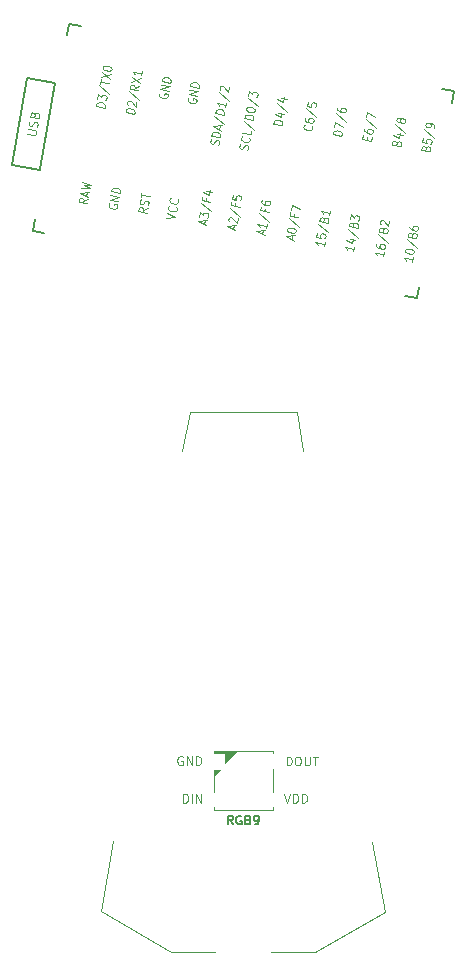
<source format=gto>
%TF.GenerationSoftware,KiCad,Pcbnew,(5.1.9-0-10_14)*%
%TF.CreationDate,2021-04-02T11:44:49+09:00*%
%TF.ProjectId,reviung34,72657669-756e-4673-9334-2e6b69636164,1*%
%TF.SameCoordinates,Original*%
%TF.FileFunction,Legend,Top*%
%TF.FilePolarity,Positive*%
%FSLAX46Y46*%
G04 Gerber Fmt 4.6, Leading zero omitted, Abs format (unit mm)*
G04 Created by KiCad (PCBNEW (5.1.9-0-10_14)) date 2021-04-02 11:44:49*
%MOMM*%
%LPD*%
G01*
G04 APERTURE LIST*
%ADD10C,0.120000*%
%ADD11C,0.150000*%
%ADD12C,0.100000*%
%ADD13C,0.125000*%
%ADD14C,1.524000*%
%ADD15C,3.987800*%
%ADD16C,1.750000*%
%ADD17C,2.200000*%
%ADD18C,4.500000*%
%ADD19C,3.048000*%
%ADD20O,2.400000X1.800000*%
%ADD21C,2.000000*%
%ADD22R,1.500000X1.000000*%
G04 APERTURE END LIST*
D10*
X142490000Y-63170000D02*
X143040000Y-66440000D01*
X133410000Y-63170000D02*
X142490000Y-63170000D01*
X132800000Y-66470000D02*
X133410000Y-63170000D01*
X144040000Y-108860000D02*
X140290000Y-108860000D01*
X149940000Y-105500000D02*
X144040000Y-108860000D01*
X148890000Y-99550000D02*
X149940000Y-105500000D01*
X131840000Y-108900000D02*
X135550000Y-108890000D01*
X125920000Y-105450000D02*
X131840000Y-108900000D01*
X126960000Y-99510000D02*
X125920000Y-105450000D01*
D11*
%TO.C,U1*%
X119680218Y-34890359D02*
X118377857Y-42276417D01*
X122043756Y-35307115D02*
X119680218Y-34890359D01*
X120750078Y-42643933D02*
X122043756Y-35307115D01*
X118377857Y-42276417D02*
X120741395Y-42693173D01*
X120142549Y-47817027D02*
X121127357Y-47990676D01*
X123233487Y-30287449D02*
X124218295Y-30461098D01*
X120142549Y-47817027D02*
X120316198Y-46832220D01*
X123233487Y-30287449D02*
X123068521Y-31223017D01*
X151656397Y-53373769D02*
X152690446Y-53556100D01*
X154796575Y-35852873D02*
X155781383Y-36026522D01*
X152690446Y-53556100D02*
X152864094Y-52571292D01*
X155781383Y-36026522D02*
X155605998Y-37021177D01*
D12*
%TO.C,RGB9*%
G36*
X135960000Y-93450000D02*
G01*
X135440000Y-93970000D01*
X135440000Y-93450000D01*
X135960000Y-93450000D01*
G37*
X135960000Y-93450000D02*
X135440000Y-93970000D01*
X135440000Y-93450000D01*
X135960000Y-93450000D01*
D10*
X140440000Y-95310000D02*
X140440000Y-93410000D01*
X140440000Y-96860000D02*
X140440000Y-96660000D01*
X140440000Y-91860000D02*
X140440000Y-92060000D01*
D12*
G36*
X135440000Y-92060000D02*
G01*
X136440000Y-92060000D01*
X136440000Y-92860000D01*
X137440000Y-91860000D01*
X135440000Y-91860000D01*
X135440000Y-92060000D01*
G37*
X135440000Y-92060000D02*
X136440000Y-92060000D01*
X136440000Y-92860000D01*
X137440000Y-91860000D01*
X135440000Y-91860000D01*
X135440000Y-92060000D01*
D10*
X135440000Y-93460000D02*
X135440000Y-95310000D01*
X135440000Y-91860000D02*
X135440000Y-92050000D01*
X135440000Y-96860000D02*
X135440000Y-96660000D01*
X135440000Y-91860000D02*
X140440000Y-91860000D01*
X140440000Y-96860000D02*
X135440000Y-96860000D01*
%TO.C,U1*%
D11*
D13*
X124816713Y-45145723D02*
X124426214Y-45303646D01*
X124750230Y-45522763D02*
X124011624Y-45392527D01*
X124055946Y-45141167D01*
X124102198Y-45084528D01*
X124142910Y-45059310D01*
X124218794Y-45040293D01*
X124324309Y-45058899D01*
X124389112Y-45102722D01*
X124418744Y-45140344D01*
X124442835Y-45209386D01*
X124398513Y-45460746D01*
X124650004Y-44857152D02*
X124705406Y-44542951D01*
X124849954Y-44957202D02*
X124150130Y-44607026D01*
X124927517Y-44517322D01*
X124216612Y-44229985D02*
X124982919Y-44203121D01*
X124477504Y-43984415D01*
X125027240Y-43951761D01*
X124316336Y-43664424D01*
X126616228Y-45511621D02*
X126569976Y-45568260D01*
X126553356Y-45662520D01*
X126571907Y-45762982D01*
X126631170Y-45838225D01*
X126695973Y-45882049D01*
X126831120Y-45938276D01*
X126936635Y-45956881D01*
X127082862Y-45950268D01*
X127158745Y-45931251D01*
X127240169Y-45880814D01*
X127291961Y-45792756D01*
X127303042Y-45729916D01*
X127284491Y-45629454D01*
X127254859Y-45591832D01*
X127008657Y-45548420D01*
X126986496Y-45674100D01*
X127375064Y-45321455D02*
X126636459Y-45191219D01*
X127441547Y-44944415D01*
X126702941Y-44814178D01*
X127496949Y-44630214D02*
X126758343Y-44499978D01*
X126786044Y-44342878D01*
X126837836Y-44254819D01*
X126919260Y-44204382D01*
X126995144Y-44185366D01*
X127141371Y-44178753D01*
X127246886Y-44197358D01*
X127382033Y-44253585D01*
X127446836Y-44297408D01*
X127506099Y-44372652D01*
X127524650Y-44473114D01*
X127496949Y-44630214D01*
X129855852Y-45937069D02*
X129465354Y-46094992D01*
X129789370Y-46314109D02*
X129050764Y-46183873D01*
X129095086Y-45932513D01*
X129141338Y-45875874D01*
X129182050Y-45850656D01*
X129257933Y-45831639D01*
X129363448Y-45850244D01*
X129428252Y-45894068D01*
X129457883Y-45931690D01*
X129481974Y-46000732D01*
X129437653Y-46252092D01*
X129865002Y-45679506D02*
X129916795Y-45591448D01*
X129944496Y-45434348D01*
X129920404Y-45365306D01*
X129890773Y-45327684D01*
X129825970Y-45283860D01*
X129755626Y-45271457D01*
X129679743Y-45290474D01*
X129639031Y-45315692D01*
X129592779Y-45372330D01*
X129535446Y-45491809D01*
X129489194Y-45548447D01*
X129448482Y-45573666D01*
X129372598Y-45592682D01*
X129302255Y-45580279D01*
X129237452Y-45536455D01*
X129207820Y-45498834D01*
X129183729Y-45429792D01*
X129211430Y-45272691D01*
X129263222Y-45184633D01*
X129261292Y-44989911D02*
X129327774Y-44612870D01*
X130033139Y-44931627D02*
X129294533Y-44801391D01*
X131438612Y-46750701D02*
X132215999Y-46660997D01*
X131516175Y-46310821D01*
X132289701Y-45831672D02*
X132319333Y-45869294D01*
X132337884Y-45969756D01*
X132326803Y-46032596D01*
X132275011Y-46120654D01*
X132193587Y-46171091D01*
X132117704Y-46190108D01*
X131971477Y-46196721D01*
X131865962Y-46178116D01*
X131730815Y-46121889D01*
X131666012Y-46078065D01*
X131606749Y-46002822D01*
X131588198Y-45902360D01*
X131599278Y-45839520D01*
X131651070Y-45751461D01*
X131691782Y-45726243D01*
X132406046Y-45171851D02*
X132435677Y-45209473D01*
X132454228Y-45309935D01*
X132443148Y-45372775D01*
X132391355Y-45460833D01*
X132309932Y-45511270D01*
X132234048Y-45530286D01*
X132087821Y-45536900D01*
X131982306Y-45518294D01*
X131847159Y-45462068D01*
X131782356Y-45418244D01*
X131723093Y-45343000D01*
X131704542Y-45242539D01*
X131715622Y-45179698D01*
X131767415Y-45091640D01*
X131808127Y-45066422D01*
X134635174Y-47255833D02*
X134690576Y-46941633D01*
X134835124Y-47355884D02*
X134135300Y-47005707D01*
X134912687Y-46916003D01*
X134201782Y-46628666D02*
X134273805Y-46220206D01*
X134516397Y-46489760D01*
X134533018Y-46395500D01*
X134579270Y-46338861D01*
X134619982Y-46313643D01*
X134695865Y-46294626D01*
X134871724Y-46325635D01*
X134936527Y-46369458D01*
X134966159Y-46407080D01*
X134990250Y-46476122D01*
X134957009Y-46664642D01*
X134910756Y-46721281D01*
X134870045Y-46746499D01*
X134371598Y-45459922D02*
X135221510Y-46192930D01*
X134836050Y-45088261D02*
X134797268Y-45308201D01*
X135184157Y-45376420D02*
X134445551Y-45246184D01*
X134500953Y-44931983D01*
X134841339Y-44441254D02*
X135333742Y-44528078D01*
X134532264Y-44548741D02*
X135032138Y-44798867D01*
X135104161Y-44390406D01*
X137097194Y-47689954D02*
X137152596Y-47375754D01*
X137297144Y-47790005D02*
X136597320Y-47439828D01*
X137374707Y-47350124D01*
X136739686Y-47043771D02*
X136710054Y-47006149D01*
X136685963Y-46937107D01*
X136713664Y-46780007D01*
X136759916Y-46723368D01*
X136800628Y-46698150D01*
X136876512Y-46679133D01*
X136946855Y-46691537D01*
X137046830Y-46741562D01*
X137402408Y-47193023D01*
X137474431Y-46784563D01*
X136833618Y-45894043D02*
X137683530Y-46627051D01*
X137298070Y-45522382D02*
X137259288Y-45742322D01*
X137646177Y-45810541D02*
X136907571Y-45680305D01*
X136962973Y-45366104D01*
X137062697Y-44800543D02*
X137007295Y-45114744D01*
X137353472Y-45208181D01*
X137323840Y-45170559D01*
X137299749Y-45101517D01*
X137327450Y-44944417D01*
X137373702Y-44887779D01*
X137414414Y-44862560D01*
X137490298Y-44843544D01*
X137666156Y-44874552D01*
X137730959Y-44918376D01*
X137760591Y-44955998D01*
X137784682Y-45025040D01*
X137756981Y-45182140D01*
X137710729Y-45238778D01*
X137670017Y-45263997D01*
X139559213Y-48124074D02*
X139614615Y-47809874D01*
X139759163Y-48224125D02*
X139059339Y-47873948D01*
X139836726Y-47784244D01*
X139936450Y-47218683D02*
X139869967Y-47595723D01*
X139903208Y-47407203D02*
X139164603Y-47276967D01*
X139259037Y-47358412D01*
X139318300Y-47433656D01*
X139342392Y-47502698D01*
X139295637Y-46328163D02*
X140145549Y-47061171D01*
X139760089Y-45956502D02*
X139721307Y-46176442D01*
X140108196Y-46244661D02*
X139369590Y-46114425D01*
X139424992Y-45800224D01*
X139519176Y-45266083D02*
X139497015Y-45391763D01*
X139521106Y-45460805D01*
X139550738Y-45498427D01*
X139645172Y-45579872D01*
X139780319Y-45636099D01*
X140061693Y-45685713D01*
X140137576Y-45666696D01*
X140178288Y-45641478D01*
X140224540Y-45584840D01*
X140246701Y-45459160D01*
X140222610Y-45390118D01*
X140192978Y-45352496D01*
X140128175Y-45308672D01*
X139952317Y-45277664D01*
X139876433Y-45296680D01*
X139835721Y-45321899D01*
X139789469Y-45378537D01*
X139767308Y-45504217D01*
X139791399Y-45573259D01*
X139821031Y-45610881D01*
X139885834Y-45654704D01*
X142070473Y-48566877D02*
X142125875Y-48252677D01*
X142270423Y-48666928D02*
X141570599Y-48316751D01*
X142347986Y-48227047D01*
X141670322Y-47751190D02*
X141681403Y-47688350D01*
X141727655Y-47631711D01*
X141768367Y-47606493D01*
X141844250Y-47587477D01*
X141990477Y-47580863D01*
X142166336Y-47611872D01*
X142301483Y-47668099D01*
X142366286Y-47711922D01*
X142395917Y-47749544D01*
X142420009Y-47818586D01*
X142408928Y-47881426D01*
X142362676Y-47938064D01*
X142321964Y-47963283D01*
X142246081Y-47982299D01*
X142099854Y-47988913D01*
X141923995Y-47957904D01*
X141788848Y-47901677D01*
X141724045Y-47857854D01*
X141694414Y-47820232D01*
X141670322Y-47751190D01*
X141806897Y-46770966D02*
X142656809Y-47503974D01*
X142271349Y-46399305D02*
X142232567Y-46619245D01*
X142619456Y-46687464D02*
X141880850Y-46557228D01*
X141936252Y-46243027D01*
X141969493Y-46054507D02*
X142047056Y-45614626D01*
X142735800Y-46027643D01*
X144845395Y-48748400D02*
X144778913Y-49125441D01*
X144812154Y-48936920D02*
X144073548Y-48806684D01*
X144167983Y-48888129D01*
X144227246Y-48963373D01*
X144251337Y-49032415D01*
X144212054Y-48021183D02*
X144156651Y-48335383D01*
X144502828Y-48428820D01*
X144473197Y-48391199D01*
X144449106Y-48322157D01*
X144476807Y-48165057D01*
X144523059Y-48108418D01*
X144563771Y-48083200D01*
X144639654Y-48064183D01*
X144815513Y-48095192D01*
X144880316Y-48139015D01*
X144909947Y-48176637D01*
X144934039Y-48245679D01*
X144906338Y-48402779D01*
X144860086Y-48459418D01*
X144819374Y-48484636D01*
X144315387Y-47229480D02*
X145165299Y-47962487D01*
X144779839Y-46857818D02*
X144831631Y-46769759D01*
X144872343Y-46744541D01*
X144948226Y-46725524D01*
X145053741Y-46744129D01*
X145118545Y-46787953D01*
X145148176Y-46825575D01*
X145172267Y-46894617D01*
X145127946Y-47145977D01*
X144389340Y-47015741D01*
X144428121Y-46795800D01*
X144474374Y-46739162D01*
X144515085Y-46713944D01*
X144590969Y-46694927D01*
X144661313Y-46707331D01*
X144726116Y-46751154D01*
X144755747Y-46788776D01*
X144779839Y-46857818D01*
X144741057Y-47077758D01*
X145305232Y-46140535D02*
X145238750Y-46517576D01*
X145271991Y-46329055D02*
X144533385Y-46198819D01*
X144627820Y-46280265D01*
X144687083Y-46355508D01*
X144711174Y-46424550D01*
X147356654Y-49191203D02*
X147290172Y-49568244D01*
X147323413Y-49379723D02*
X146584807Y-49249487D01*
X146679242Y-49330932D01*
X146738505Y-49406176D01*
X146762596Y-49475218D01*
X146963974Y-48538818D02*
X147456378Y-48625642D01*
X146654900Y-48646304D02*
X147154774Y-48896430D01*
X147226797Y-48487970D01*
X146826646Y-47672283D02*
X147676558Y-48405290D01*
X147291098Y-47300621D02*
X147342890Y-47212562D01*
X147383602Y-47187344D01*
X147459485Y-47168327D01*
X147565000Y-47186932D01*
X147629804Y-47230756D01*
X147659435Y-47268378D01*
X147683526Y-47337420D01*
X147639205Y-47588780D01*
X146900599Y-47458544D01*
X146939380Y-47238603D01*
X146985633Y-47181965D01*
X147026344Y-47156747D01*
X147102228Y-47137730D01*
X147172572Y-47150134D01*
X147237375Y-47193957D01*
X147267006Y-47231579D01*
X147291098Y-47300621D01*
X147252316Y-47520561D01*
X147005863Y-46861563D02*
X147077886Y-46453102D01*
X147320478Y-46722656D01*
X147337098Y-46628396D01*
X147383351Y-46571758D01*
X147424062Y-46546539D01*
X147499946Y-46527523D01*
X147675805Y-46558531D01*
X147740608Y-46602355D01*
X147770239Y-46639977D01*
X147794331Y-46709018D01*
X147761089Y-46897539D01*
X147714837Y-46954177D01*
X147674125Y-46979395D01*
X152329934Y-50068126D02*
X152263452Y-50445167D01*
X152296693Y-50256646D02*
X151558087Y-50126410D01*
X151652522Y-50207855D01*
X151711785Y-50283099D01*
X151735876Y-50352141D01*
X151663351Y-49529429D02*
X151674432Y-49466589D01*
X151720684Y-49409950D01*
X151761396Y-49384732D01*
X151837279Y-49365716D01*
X151983506Y-49359102D01*
X152159365Y-49390111D01*
X152294512Y-49446338D01*
X152359315Y-49490161D01*
X152388946Y-49527783D01*
X152413038Y-49596825D01*
X152401957Y-49659665D01*
X152355705Y-49716304D01*
X152314993Y-49741522D01*
X152239109Y-49760538D01*
X152092882Y-49767152D01*
X151917024Y-49736143D01*
X151781877Y-49679916D01*
X151717074Y-49636093D01*
X151687443Y-49598471D01*
X151663351Y-49529429D01*
X151799926Y-48549206D02*
X152649838Y-49282213D01*
X152264378Y-48177544D02*
X152316170Y-48089485D01*
X152356882Y-48064267D01*
X152432765Y-48045250D01*
X152538280Y-48063855D01*
X152603084Y-48107679D01*
X152632715Y-48145301D01*
X152656806Y-48214343D01*
X152612485Y-48465703D01*
X151873879Y-48335467D01*
X151912660Y-48115526D01*
X151958913Y-48058888D01*
X151999624Y-48033670D01*
X152075508Y-48014653D01*
X152145852Y-48027057D01*
X152210655Y-48070880D01*
X152240286Y-48108502D01*
X152264378Y-48177544D01*
X152225596Y-48397484D01*
X152040085Y-47392865D02*
X152017924Y-47518545D01*
X152042016Y-47587587D01*
X152071647Y-47625209D01*
X152166082Y-47706654D01*
X152301228Y-47762881D01*
X152582602Y-47812495D01*
X152658486Y-47793478D01*
X152699198Y-47768260D01*
X152745450Y-47711622D01*
X152767611Y-47585941D01*
X152743519Y-47516900D01*
X152713888Y-47479278D01*
X152649085Y-47435454D01*
X152473226Y-47404446D01*
X152397342Y-47423462D01*
X152356631Y-47448681D01*
X152310378Y-47505319D01*
X152288218Y-47630999D01*
X152312309Y-47700041D01*
X152341940Y-47737663D01*
X152406744Y-47781486D01*
X149867914Y-49634006D02*
X149801432Y-50011047D01*
X149834673Y-49822526D02*
X149096067Y-49692290D01*
X149190502Y-49773735D01*
X149249765Y-49848979D01*
X149273856Y-49918021D01*
X149229032Y-48938209D02*
X149206872Y-49063889D01*
X149230963Y-49132931D01*
X149260594Y-49170553D01*
X149355029Y-49251998D01*
X149490176Y-49308225D01*
X149771549Y-49357839D01*
X149847433Y-49338822D01*
X149888145Y-49313604D01*
X149934397Y-49256965D01*
X149956558Y-49131285D01*
X149932466Y-49062243D01*
X149902835Y-49024621D01*
X149838032Y-48980798D01*
X149662173Y-48949789D01*
X149586290Y-48968806D01*
X149545578Y-48994024D01*
X149499326Y-49050663D01*
X149477165Y-49176343D01*
X149501256Y-49245385D01*
X149530888Y-49283006D01*
X149595691Y-49326830D01*
X149337906Y-48115086D02*
X150187818Y-48848093D01*
X149802358Y-47743424D02*
X149854150Y-47655365D01*
X149894862Y-47630147D01*
X149970745Y-47611130D01*
X150076260Y-47629735D01*
X150141064Y-47673559D01*
X150170695Y-47711181D01*
X150194786Y-47780223D01*
X150150465Y-48031583D01*
X149411859Y-47901347D01*
X149450640Y-47681406D01*
X149496893Y-47624768D01*
X149537604Y-47599550D01*
X149613488Y-47580533D01*
X149683832Y-47592937D01*
X149748635Y-47636760D01*
X149778266Y-47674382D01*
X149802358Y-47743424D01*
X149763576Y-47963364D01*
X149593007Y-47285349D02*
X149563375Y-47247727D01*
X149539284Y-47178686D01*
X149566985Y-47021585D01*
X149613237Y-46964947D01*
X149653949Y-46939729D01*
X149729832Y-46920712D01*
X149800176Y-46933115D01*
X149900151Y-46983141D01*
X150255729Y-47434602D01*
X150327751Y-47026141D01*
X148402244Y-40135186D02*
X148441025Y-39915246D01*
X148844535Y-39889204D02*
X148789132Y-40203405D01*
X148050527Y-40073169D01*
X148105929Y-39758968D01*
X148205652Y-39193407D02*
X148183492Y-39319087D01*
X148207583Y-39388129D01*
X148237214Y-39425751D01*
X148331649Y-39507196D01*
X148466796Y-39563423D01*
X148748169Y-39613037D01*
X148824053Y-39594020D01*
X148864765Y-39568802D01*
X148911017Y-39512164D01*
X148933178Y-39386483D01*
X148909086Y-39317442D01*
X148879455Y-39279820D01*
X148814652Y-39235996D01*
X148638793Y-39204988D01*
X148562910Y-39224004D01*
X148522198Y-39249223D01*
X148475946Y-39305861D01*
X148453785Y-39431541D01*
X148477876Y-39500583D01*
X148507508Y-39538205D01*
X148572311Y-39582028D01*
X148314526Y-38370284D02*
X149164438Y-39103291D01*
X148377399Y-38219385D02*
X148454962Y-37779505D01*
X149143706Y-38192521D01*
X146272332Y-39792022D02*
X145533726Y-39661786D01*
X145561427Y-39504686D01*
X145613220Y-39416627D01*
X145694644Y-39366190D01*
X145770527Y-39347174D01*
X145916754Y-39340561D01*
X146022269Y-39359166D01*
X146157416Y-39415393D01*
X146222219Y-39459216D01*
X146281482Y-39534460D01*
X146300033Y-39634922D01*
X146272332Y-39792022D01*
X145638990Y-39064805D02*
X145716553Y-38624924D01*
X146405297Y-39037941D01*
X145808806Y-37896061D02*
X146658719Y-38629068D01*
X145932621Y-37399542D02*
X145910460Y-37525222D01*
X145934552Y-37594264D01*
X145964183Y-37631886D01*
X146058618Y-37713331D01*
X146193764Y-37769558D01*
X146475138Y-37819172D01*
X146551022Y-37800155D01*
X146591734Y-37774937D01*
X146637986Y-37718298D01*
X146660147Y-37592618D01*
X146636055Y-37523576D01*
X146606424Y-37485954D01*
X146541621Y-37442131D01*
X146365762Y-37411122D01*
X146289878Y-37430139D01*
X146249166Y-37455357D01*
X146202914Y-37511996D01*
X146180754Y-37637676D01*
X146204845Y-37706718D01*
X146234476Y-37744339D01*
X146299280Y-37788163D01*
X130904527Y-36164269D02*
X130858275Y-36220908D01*
X130841655Y-36315168D01*
X130860206Y-36415630D01*
X130919469Y-36490873D01*
X130984272Y-36534697D01*
X131119419Y-36590924D01*
X131224934Y-36609529D01*
X131371161Y-36602916D01*
X131447044Y-36583899D01*
X131528468Y-36533462D01*
X131580260Y-36445404D01*
X131591341Y-36382564D01*
X131572790Y-36282102D01*
X131543158Y-36244480D01*
X131296956Y-36201068D01*
X131274795Y-36326748D01*
X131663363Y-35974103D02*
X130924758Y-35843867D01*
X131729846Y-35597063D01*
X130991240Y-35466826D01*
X131785248Y-35282862D02*
X131046642Y-35152626D01*
X131074343Y-34995526D01*
X131126135Y-34907467D01*
X131207559Y-34857030D01*
X131283443Y-34838014D01*
X131429670Y-34831401D01*
X131535185Y-34850006D01*
X131670332Y-34906233D01*
X131735135Y-34950056D01*
X131794398Y-35025300D01*
X131812949Y-35125762D01*
X131785248Y-35282862D01*
X133317306Y-36589707D02*
X133271054Y-36646346D01*
X133254434Y-36740606D01*
X133272985Y-36841068D01*
X133332248Y-36916311D01*
X133397051Y-36960135D01*
X133532198Y-37016362D01*
X133637713Y-37034967D01*
X133783940Y-37028354D01*
X133859823Y-37009337D01*
X133941247Y-36958900D01*
X133993039Y-36870842D01*
X134004120Y-36808002D01*
X133985569Y-36707540D01*
X133955937Y-36669918D01*
X133709735Y-36626506D01*
X133687574Y-36752186D01*
X134076142Y-36399541D02*
X133337537Y-36269305D01*
X134142625Y-36022501D01*
X133404019Y-35892264D01*
X134198027Y-35708300D02*
X133459421Y-35578064D01*
X133487122Y-35420964D01*
X133538914Y-35332905D01*
X133620338Y-35282468D01*
X133696222Y-35263452D01*
X133842449Y-35256839D01*
X133947964Y-35275444D01*
X134083111Y-35331671D01*
X134147914Y-35375494D01*
X134207177Y-35450738D01*
X134225728Y-35551200D01*
X134198027Y-35708300D01*
X126233226Y-37400217D02*
X125494620Y-37269981D01*
X125522321Y-37112881D01*
X125574113Y-37024822D01*
X125655537Y-36974385D01*
X125731421Y-36955369D01*
X125877648Y-36948756D01*
X125983163Y-36967361D01*
X126118309Y-37023588D01*
X126183113Y-37067411D01*
X126242376Y-37142655D01*
X126260927Y-37243117D01*
X126233226Y-37400217D01*
X125599884Y-36673000D02*
X125671906Y-36264539D01*
X125914499Y-36534093D01*
X125931119Y-36439833D01*
X125977371Y-36383195D01*
X126018083Y-36357976D01*
X126093967Y-36338960D01*
X126269825Y-36369968D01*
X126334629Y-36413792D01*
X126364260Y-36451414D01*
X126388351Y-36520455D01*
X126355110Y-36708976D01*
X126308858Y-36765614D01*
X126268146Y-36790832D01*
X125769699Y-35504256D02*
X126619612Y-36237263D01*
X125827032Y-35384777D02*
X125893514Y-35007737D01*
X126598879Y-35326493D02*
X125860273Y-35196257D01*
X125921215Y-34850636D02*
X126737384Y-34540992D01*
X125998778Y-34410756D02*
X126659821Y-34980873D01*
X126065261Y-34033715D02*
X126076341Y-33970875D01*
X126122593Y-33914236D01*
X126163305Y-33889018D01*
X126239189Y-33870001D01*
X126385416Y-33863388D01*
X126561274Y-33894397D01*
X126696421Y-33950624D01*
X126761224Y-33994447D01*
X126790856Y-34032069D01*
X126814947Y-34101111D01*
X126803867Y-34163951D01*
X126757614Y-34220589D01*
X126716903Y-34245808D01*
X126641019Y-34264824D01*
X126494792Y-34271438D01*
X126318933Y-34240429D01*
X126183787Y-34184202D01*
X126118984Y-34140379D01*
X126089352Y-34102757D01*
X126065261Y-34033715D01*
X141249812Y-38906416D02*
X140511206Y-38776180D01*
X140538907Y-38619080D01*
X140590700Y-38531021D01*
X140672124Y-38480584D01*
X140748007Y-38461568D01*
X140894234Y-38454955D01*
X140999749Y-38473560D01*
X141134896Y-38529787D01*
X141199699Y-38573610D01*
X141258962Y-38648854D01*
X141277513Y-38749316D01*
X141249812Y-38906416D01*
X140923615Y-37876990D02*
X141416018Y-37963814D01*
X140614540Y-37984477D02*
X141114414Y-38234603D01*
X141186437Y-37826142D01*
X140786286Y-37010455D02*
X141636199Y-37743462D01*
X141156303Y-36557348D02*
X141648707Y-36644172D01*
X140847228Y-36664834D02*
X141347103Y-36914960D01*
X141419126Y-36506500D01*
X135843623Y-40566916D02*
X135895415Y-40478857D01*
X135923116Y-40321757D01*
X135899025Y-40252715D01*
X135869394Y-40215093D01*
X135804590Y-40171270D01*
X135734247Y-40158866D01*
X135658363Y-40177883D01*
X135617651Y-40203101D01*
X135571399Y-40259740D01*
X135514067Y-40379218D01*
X135467815Y-40435857D01*
X135427103Y-40461075D01*
X135351219Y-40480091D01*
X135280876Y-40467688D01*
X135216073Y-40423865D01*
X135186441Y-40386243D01*
X135162350Y-40317201D01*
X135190051Y-40160101D01*
X135241843Y-40072042D01*
X135995139Y-39913296D02*
X135256533Y-39783060D01*
X135284234Y-39625960D01*
X135336027Y-39537901D01*
X135417450Y-39487465D01*
X135493334Y-39468448D01*
X135639561Y-39461835D01*
X135745076Y-39480440D01*
X135880223Y-39536667D01*
X135945026Y-39580490D01*
X136004289Y-39655734D01*
X136022840Y-39756196D01*
X135995139Y-39913296D01*
X135894913Y-39247685D02*
X135950315Y-38933484D01*
X136094863Y-39347735D02*
X135395038Y-38997559D01*
X136172426Y-38907854D01*
X135520533Y-38080175D02*
X136370445Y-38813183D01*
X136333092Y-37996673D02*
X135594486Y-37866436D01*
X135622187Y-37709336D01*
X135673979Y-37621278D01*
X135755403Y-37570841D01*
X135831286Y-37551824D01*
X135977513Y-37545211D01*
X136083029Y-37563816D01*
X136218175Y-37620043D01*
X136282978Y-37663867D01*
X136342241Y-37739110D01*
X136360793Y-37839572D01*
X136333092Y-37996673D01*
X136510378Y-36991231D02*
X136443896Y-37368271D01*
X136477137Y-37179751D02*
X135738531Y-37049515D01*
X135832966Y-37130960D01*
X135892229Y-37206204D01*
X135916320Y-37275246D01*
X135869565Y-36100712D02*
X136719478Y-36833719D01*
X136008322Y-35930796D02*
X135978690Y-35893175D01*
X135954599Y-35824133D01*
X135982300Y-35667033D01*
X136028552Y-35610394D01*
X136069264Y-35585176D01*
X136145148Y-35566159D01*
X136215491Y-35578563D01*
X136315466Y-35628588D01*
X136671044Y-36080049D01*
X136743067Y-35671588D01*
X138308413Y-40985327D02*
X138360206Y-40897268D01*
X138387907Y-40740168D01*
X138363815Y-40671126D01*
X138334184Y-40633504D01*
X138269381Y-40589681D01*
X138199037Y-40577277D01*
X138123154Y-40596294D01*
X138082442Y-40621512D01*
X138036189Y-40678151D01*
X137978857Y-40797629D01*
X137932605Y-40854267D01*
X137891893Y-40879486D01*
X137816009Y-40898502D01*
X137745666Y-40886099D01*
X137680863Y-40842276D01*
X137651231Y-40804654D01*
X137627140Y-40735612D01*
X137654841Y-40578512D01*
X137706633Y-40490453D01*
X138456068Y-39942263D02*
X138485700Y-39979885D01*
X138504251Y-40080347D01*
X138493170Y-40143187D01*
X138441378Y-40231245D01*
X138359954Y-40281682D01*
X138284071Y-40300698D01*
X138137844Y-40307312D01*
X138032329Y-40288706D01*
X137897182Y-40232480D01*
X137832379Y-40188656D01*
X137773116Y-40113412D01*
X137754565Y-40012951D01*
X137765645Y-39950110D01*
X137817437Y-39862052D01*
X137858149Y-39836834D01*
X138631676Y-39357685D02*
X138576273Y-39671886D01*
X137837668Y-39541650D01*
X137979782Y-38530006D02*
X138829695Y-39263014D01*
X138792341Y-38446504D02*
X138053736Y-38316268D01*
X138081437Y-38159167D01*
X138133229Y-38071109D01*
X138214653Y-38020672D01*
X138290536Y-38001655D01*
X138436763Y-37995042D01*
X138542279Y-38013647D01*
X138677425Y-38069874D01*
X138742228Y-38113698D01*
X138801491Y-38188941D01*
X138820042Y-38289403D01*
X138792341Y-38446504D01*
X138192241Y-37530766D02*
X138203321Y-37467926D01*
X138249573Y-37411288D01*
X138290285Y-37386069D01*
X138366169Y-37367053D01*
X138512396Y-37360439D01*
X138688254Y-37391448D01*
X138823401Y-37447675D01*
X138888204Y-37491498D01*
X138917836Y-37529120D01*
X138941927Y-37598162D01*
X138930847Y-37661002D01*
X138884594Y-37717641D01*
X138843882Y-37742859D01*
X138767999Y-37761876D01*
X138621772Y-37768489D01*
X138445913Y-37737480D01*
X138310767Y-37681253D01*
X138245963Y-37637430D01*
X138216332Y-37599808D01*
X138192241Y-37530766D01*
X138328815Y-36550543D02*
X139178728Y-37283550D01*
X138391688Y-36399644D02*
X138463711Y-35991183D01*
X138706303Y-36260737D01*
X138722924Y-36166477D01*
X138769176Y-36109839D01*
X138809888Y-36084621D01*
X138885771Y-36065604D01*
X139061630Y-36096613D01*
X139126433Y-36140436D01*
X139156064Y-36178058D01*
X139180156Y-36247100D01*
X139146914Y-36435620D01*
X139100662Y-36492258D01*
X139059950Y-36517477D01*
X143757211Y-38959775D02*
X143786843Y-38997397D01*
X143805394Y-39097858D01*
X143794313Y-39160699D01*
X143742521Y-39248757D01*
X143661097Y-39299194D01*
X143585214Y-39318210D01*
X143438987Y-39324823D01*
X143333472Y-39306218D01*
X143198325Y-39249991D01*
X143133522Y-39206168D01*
X143074259Y-39130924D01*
X143055708Y-39030462D01*
X143066788Y-38967622D01*
X143118580Y-38879564D01*
X143159292Y-38854346D01*
X143188673Y-38276381D02*
X143166512Y-38402061D01*
X143190603Y-38471103D01*
X143220235Y-38508725D01*
X143314669Y-38590170D01*
X143449816Y-38646397D01*
X143731190Y-38696011D01*
X143807073Y-38676994D01*
X143847785Y-38651776D01*
X143894037Y-38595138D01*
X143916198Y-38469457D01*
X143892107Y-38400415D01*
X143862475Y-38362794D01*
X143797672Y-38318970D01*
X143621813Y-38287962D01*
X143545930Y-38306978D01*
X143505218Y-38332197D01*
X143458966Y-38388835D01*
X143436805Y-38514515D01*
X143460896Y-38583557D01*
X143490528Y-38621179D01*
X143555331Y-38665002D01*
X143297546Y-37453258D02*
X144147459Y-38186265D01*
X143426901Y-36925319D02*
X143371499Y-37239519D01*
X143717676Y-37332956D01*
X143688045Y-37295335D01*
X143663953Y-37226293D01*
X143691654Y-37069193D01*
X143737906Y-37012554D01*
X143778618Y-36987336D01*
X143854502Y-36968319D01*
X144030361Y-36999328D01*
X144095164Y-37043151D01*
X144124795Y-37080773D01*
X144148887Y-37149815D01*
X144121186Y-37306915D01*
X144074933Y-37363554D01*
X144034221Y-37388772D01*
X153408764Y-40823589D02*
X153460556Y-40735530D01*
X153501268Y-40710312D01*
X153577152Y-40691295D01*
X153682667Y-40709900D01*
X153747470Y-40753724D01*
X153777102Y-40791346D01*
X153801193Y-40860387D01*
X153756871Y-41111748D01*
X153018265Y-40981512D01*
X153057047Y-40761571D01*
X153103299Y-40704933D01*
X153144011Y-40679715D01*
X153219895Y-40660698D01*
X153290238Y-40673101D01*
X153355041Y-40716925D01*
X153384673Y-40754547D01*
X153408764Y-40823589D01*
X153369983Y-41043529D01*
X153190012Y-40007490D02*
X153134610Y-40321691D01*
X153480787Y-40415128D01*
X153451155Y-40377506D01*
X153427064Y-40308464D01*
X153454765Y-40151364D01*
X153501017Y-40094726D01*
X153541729Y-40069507D01*
X153617612Y-40050491D01*
X153793471Y-40081499D01*
X153858274Y-40125323D01*
X153887906Y-40162944D01*
X153911997Y-40231986D01*
X153884296Y-40389087D01*
X153838044Y-40445725D01*
X153797332Y-40470943D01*
X153293345Y-39215787D02*
X154143258Y-39948794D01*
X154111444Y-39100864D02*
X154133605Y-38975184D01*
X154109514Y-38906142D01*
X154079882Y-38868520D01*
X153985448Y-38787075D01*
X153850301Y-38730848D01*
X153568927Y-38681234D01*
X153493044Y-38700251D01*
X153452332Y-38725469D01*
X153406080Y-38782108D01*
X153383919Y-38907788D01*
X153408010Y-38976830D01*
X153437642Y-39014452D01*
X153502445Y-39058275D01*
X153678303Y-39089284D01*
X153754187Y-39070267D01*
X153794899Y-39045049D01*
X153841151Y-38988410D01*
X153863312Y-38862730D01*
X153839221Y-38793688D01*
X153809589Y-38756067D01*
X153744786Y-38712243D01*
X128730635Y-37921569D02*
X127992029Y-37791333D01*
X128019730Y-37634233D01*
X128071523Y-37546174D01*
X128152946Y-37495738D01*
X128228830Y-37476721D01*
X128375057Y-37470108D01*
X128480572Y-37488713D01*
X128615719Y-37544940D01*
X128680522Y-37588763D01*
X128739785Y-37664007D01*
X128758336Y-37764469D01*
X128730635Y-37921569D01*
X128173177Y-37175335D02*
X128143545Y-37137713D01*
X128119454Y-37068672D01*
X128147155Y-36911571D01*
X128193407Y-36854933D01*
X128234119Y-36829715D01*
X128310003Y-36810698D01*
X128380346Y-36823101D01*
X128480321Y-36873127D01*
X128835899Y-37324588D01*
X128907922Y-36916127D01*
X128267109Y-36025608D02*
X129117021Y-36758616D01*
X129146150Y-35565065D02*
X128755652Y-35722988D01*
X129079668Y-35942106D02*
X128341062Y-35811869D01*
X128385384Y-35560509D01*
X128431636Y-35503871D01*
X128472348Y-35478652D01*
X128548231Y-35459636D01*
X128653746Y-35478241D01*
X128718550Y-35522064D01*
X128748181Y-35559686D01*
X128772272Y-35628728D01*
X128727951Y-35880088D01*
X128446326Y-35214888D02*
X129262495Y-34905244D01*
X128523889Y-34775007D02*
X129184932Y-35345124D01*
X129367759Y-34308263D02*
X129301276Y-34685303D01*
X129334517Y-34496783D02*
X128595911Y-34366547D01*
X128690346Y-34447992D01*
X128749609Y-34523236D01*
X128773700Y-34592277D01*
X150946744Y-40389469D02*
X150998536Y-40301410D01*
X151039248Y-40276192D01*
X151115132Y-40257175D01*
X151220647Y-40275780D01*
X151285450Y-40319604D01*
X151315082Y-40357226D01*
X151339173Y-40426267D01*
X151294851Y-40677628D01*
X150556245Y-40547392D01*
X150595027Y-40327451D01*
X150641279Y-40270813D01*
X150681991Y-40245595D01*
X150757875Y-40226578D01*
X150828218Y-40238981D01*
X150893021Y-40282805D01*
X150922653Y-40320427D01*
X150946744Y-40389469D01*
X150907963Y-40609409D01*
X150968654Y-39648202D02*
X151461057Y-39735026D01*
X150659579Y-39755689D02*
X151159453Y-40005815D01*
X151231476Y-39597354D01*
X150831325Y-38781667D02*
X151681238Y-39514674D01*
X151238444Y-38529484D02*
X151192192Y-38586122D01*
X151151480Y-38611340D01*
X151075597Y-38630357D01*
X151040425Y-38624155D01*
X150975622Y-38580332D01*
X150945990Y-38542710D01*
X150921899Y-38473668D01*
X150944060Y-38347988D01*
X150990312Y-38291349D01*
X151031024Y-38266131D01*
X151106907Y-38247114D01*
X151142079Y-38253316D01*
X151206882Y-38297140D01*
X151236514Y-38334761D01*
X151260605Y-38403803D01*
X151238444Y-38529484D01*
X151262536Y-38598525D01*
X151292167Y-38636147D01*
X151356970Y-38679971D01*
X151497657Y-38704778D01*
X151573541Y-38685761D01*
X151614253Y-38660543D01*
X151660505Y-38603904D01*
X151682666Y-38478224D01*
X151658574Y-38409182D01*
X151628943Y-38371560D01*
X151564140Y-38327737D01*
X151423453Y-38302930D01*
X151347569Y-38321947D01*
X151306857Y-38347165D01*
X151260605Y-38403803D01*
D10*
X119641985Y-39652496D02*
X120239904Y-39757925D01*
X120316449Y-39735157D01*
X120357823Y-39706187D01*
X120405398Y-39642045D01*
X120430205Y-39501358D01*
X120407437Y-39424813D01*
X120378467Y-39383440D01*
X120314325Y-39335865D01*
X119716406Y-39230435D01*
X120475656Y-39037925D02*
X120529432Y-38938611D01*
X120560441Y-38762753D01*
X120537673Y-38686207D01*
X120508703Y-38644834D01*
X120444561Y-38597259D01*
X120374218Y-38584855D01*
X120297673Y-38607624D01*
X120256299Y-38636594D01*
X120208724Y-38700735D01*
X120148745Y-38835220D01*
X120101170Y-38899362D01*
X120059797Y-38928332D01*
X119983252Y-38951100D01*
X119912908Y-38938697D01*
X119848767Y-38891122D01*
X119819797Y-38849748D01*
X119797028Y-38773203D01*
X119828037Y-38597345D01*
X119881814Y-38498031D01*
X120297587Y-37991100D02*
X120351364Y-37891786D01*
X120392737Y-37862816D01*
X120469282Y-37840048D01*
X120574797Y-37858653D01*
X120638939Y-37906228D01*
X120667909Y-37947602D01*
X120690677Y-38024147D01*
X120641063Y-38305520D01*
X119902458Y-38175284D01*
X119945870Y-37929082D01*
X119993445Y-37864941D01*
X120034818Y-37835971D01*
X120111363Y-37813202D01*
X120181707Y-37825606D01*
X120245848Y-37873181D01*
X120274818Y-37914554D01*
X120297587Y-37991100D01*
X120254175Y-38237301D01*
%TO.C,RGB9*%
D11*
X137065000Y-98099285D02*
X136815000Y-97742142D01*
X136636428Y-98099285D02*
X136636428Y-97349285D01*
X136922142Y-97349285D01*
X136993571Y-97385000D01*
X137029285Y-97420714D01*
X137065000Y-97492142D01*
X137065000Y-97599285D01*
X137029285Y-97670714D01*
X136993571Y-97706428D01*
X136922142Y-97742142D01*
X136636428Y-97742142D01*
X137779285Y-97385000D02*
X137707857Y-97349285D01*
X137600714Y-97349285D01*
X137493571Y-97385000D01*
X137422142Y-97456428D01*
X137386428Y-97527857D01*
X137350714Y-97670714D01*
X137350714Y-97777857D01*
X137386428Y-97920714D01*
X137422142Y-97992142D01*
X137493571Y-98063571D01*
X137600714Y-98099285D01*
X137672142Y-98099285D01*
X137779285Y-98063571D01*
X137815000Y-98027857D01*
X137815000Y-97777857D01*
X137672142Y-97777857D01*
X138386428Y-97706428D02*
X138493571Y-97742142D01*
X138529285Y-97777857D01*
X138565000Y-97849285D01*
X138565000Y-97956428D01*
X138529285Y-98027857D01*
X138493571Y-98063571D01*
X138422142Y-98099285D01*
X138136428Y-98099285D01*
X138136428Y-97349285D01*
X138386428Y-97349285D01*
X138457857Y-97385000D01*
X138493571Y-97420714D01*
X138529285Y-97492142D01*
X138529285Y-97563571D01*
X138493571Y-97635000D01*
X138457857Y-97670714D01*
X138386428Y-97706428D01*
X138136428Y-97706428D01*
X138922142Y-98099285D02*
X139065000Y-98099285D01*
X139136428Y-98063571D01*
X139172142Y-98027857D01*
X139243571Y-97920714D01*
X139279285Y-97777857D01*
X139279285Y-97492142D01*
X139243571Y-97420714D01*
X139207857Y-97385000D01*
X139136428Y-97349285D01*
X138993571Y-97349285D01*
X138922142Y-97385000D01*
X138886428Y-97420714D01*
X138850714Y-97492142D01*
X138850714Y-97670714D01*
X138886428Y-97742142D01*
X138922142Y-97777857D01*
X138993571Y-97813571D01*
X139136428Y-97813571D01*
X139207857Y-97777857D01*
X139243571Y-97742142D01*
X139279285Y-97670714D01*
D12*
X141622142Y-93099285D02*
X141622142Y-92349285D01*
X141800714Y-92349285D01*
X141907857Y-92385000D01*
X141979285Y-92456428D01*
X142015000Y-92527857D01*
X142050714Y-92670714D01*
X142050714Y-92777857D01*
X142015000Y-92920714D01*
X141979285Y-92992142D01*
X141907857Y-93063571D01*
X141800714Y-93099285D01*
X141622142Y-93099285D01*
X142515000Y-92349285D02*
X142657857Y-92349285D01*
X142729285Y-92385000D01*
X142800714Y-92456428D01*
X142836428Y-92599285D01*
X142836428Y-92849285D01*
X142800714Y-92992142D01*
X142729285Y-93063571D01*
X142657857Y-93099285D01*
X142515000Y-93099285D01*
X142443571Y-93063571D01*
X142372142Y-92992142D01*
X142336428Y-92849285D01*
X142336428Y-92599285D01*
X142372142Y-92456428D01*
X142443571Y-92385000D01*
X142515000Y-92349285D01*
X143157857Y-92349285D02*
X143157857Y-92956428D01*
X143193571Y-93027857D01*
X143229285Y-93063571D01*
X143300714Y-93099285D01*
X143443571Y-93099285D01*
X143515000Y-93063571D01*
X143550714Y-93027857D01*
X143586428Y-92956428D01*
X143586428Y-92349285D01*
X143836428Y-92349285D02*
X144265000Y-92349285D01*
X144050714Y-93099285D02*
X144050714Y-92349285D01*
X141440000Y-95499285D02*
X141690000Y-96249285D01*
X141940000Y-95499285D01*
X142190000Y-96249285D02*
X142190000Y-95499285D01*
X142368571Y-95499285D01*
X142475714Y-95535000D01*
X142547142Y-95606428D01*
X142582857Y-95677857D01*
X142618571Y-95820714D01*
X142618571Y-95927857D01*
X142582857Y-96070714D01*
X142547142Y-96142142D01*
X142475714Y-96213571D01*
X142368571Y-96249285D01*
X142190000Y-96249285D01*
X142940000Y-96249285D02*
X142940000Y-95499285D01*
X143118571Y-95499285D01*
X143225714Y-95535000D01*
X143297142Y-95606428D01*
X143332857Y-95677857D01*
X143368571Y-95820714D01*
X143368571Y-95927857D01*
X143332857Y-96070714D01*
X143297142Y-96142142D01*
X143225714Y-96213571D01*
X143118571Y-96249285D01*
X142940000Y-96249285D01*
X132872142Y-96249285D02*
X132872142Y-95499285D01*
X133050714Y-95499285D01*
X133157857Y-95535000D01*
X133229285Y-95606428D01*
X133265000Y-95677857D01*
X133300714Y-95820714D01*
X133300714Y-95927857D01*
X133265000Y-96070714D01*
X133229285Y-96142142D01*
X133157857Y-96213571D01*
X133050714Y-96249285D01*
X132872142Y-96249285D01*
X133622142Y-96249285D02*
X133622142Y-95499285D01*
X133979285Y-96249285D02*
X133979285Y-95499285D01*
X134407857Y-96249285D01*
X134407857Y-95499285D01*
X132818571Y-92345000D02*
X132747142Y-92309285D01*
X132640000Y-92309285D01*
X132532857Y-92345000D01*
X132461428Y-92416428D01*
X132425714Y-92487857D01*
X132390000Y-92630714D01*
X132390000Y-92737857D01*
X132425714Y-92880714D01*
X132461428Y-92952142D01*
X132532857Y-93023571D01*
X132640000Y-93059285D01*
X132711428Y-93059285D01*
X132818571Y-93023571D01*
X132854285Y-92987857D01*
X132854285Y-92737857D01*
X132711428Y-92737857D01*
X133175714Y-93059285D02*
X133175714Y-92309285D01*
X133604285Y-93059285D01*
X133604285Y-92309285D01*
X133961428Y-93059285D02*
X133961428Y-92309285D01*
X134140000Y-92309285D01*
X134247142Y-92345000D01*
X134318571Y-92416428D01*
X134354285Y-92487857D01*
X134390000Y-92630714D01*
X134390000Y-92737857D01*
X134354285Y-92880714D01*
X134318571Y-92952142D01*
X134247142Y-93023571D01*
X134140000Y-93059285D01*
X133961428Y-93059285D01*
%TD*%
%LPC*%
D14*
%TO.C,U1*%
X124130734Y-47208930D03*
X126632146Y-47649996D03*
X129133557Y-48091063D03*
X131634969Y-48532129D03*
X134136381Y-48973195D03*
X136637792Y-49414262D03*
X139139204Y-49855328D03*
X141640616Y-50296395D03*
X144142027Y-50737461D03*
X146643439Y-51178527D03*
X149144851Y-51619594D03*
X151646262Y-52060660D03*
X154289188Y-37071886D03*
X151787776Y-36630820D03*
X149286364Y-36189753D03*
X146784953Y-35748687D03*
X144283541Y-35307621D03*
X141782129Y-34866554D03*
X139280718Y-34425488D03*
X136779306Y-33984421D03*
X134277894Y-33543355D03*
X131776482Y-33102289D03*
X129275071Y-32661222D03*
X126773659Y-32220156D03*
%TD*%
D15*
%TO.C,SW21*%
X186260000Y-52120000D03*
D16*
X181257177Y-53002133D03*
X191262823Y-51237867D03*
%TD*%
D17*
%TO.C,Ref\u002A\u002A*%
X160110000Y-39870000D03*
%TD*%
%TO.C,Ref\u002A\u002A*%
X133810000Y-54320000D03*
%TD*%
%TO.C,Ref\u002A\u002A*%
X122560000Y-52320000D03*
%TD*%
D18*
%TO.C,H9*%
X222910000Y-95530000D03*
%TD*%
%TO.C,H8*%
X216320000Y-58020000D03*
%TD*%
%TO.C,H6*%
X160020000Y-67940000D03*
%TD*%
%TO.C,H7*%
X183800000Y-106980000D03*
%TD*%
%TO.C,H5*%
X137910000Y-109960000D03*
%TD*%
%TO.C,H3*%
X115800000Y-67940000D03*
%TD*%
%TO.C,H4*%
X92020000Y-106970000D03*
%TD*%
%TO.C,H2*%
X52920000Y-95540000D03*
%TD*%
%TO.C,H1*%
X59540000Y-58030000D03*
%TD*%
D15*
%TO.C,SW35*%
X125963750Y-117205000D03*
X149776250Y-117205000D03*
D19*
X125963750Y-132445000D03*
X149776250Y-132445000D03*
D20*
X133110000Y-125440000D03*
X142630000Y-125440000D03*
D15*
X137870000Y-125460000D03*
%TD*%
D21*
%TO.C,RESET1*%
X171280625Y-42514357D03*
X164879375Y-41385643D03*
%TD*%
D22*
%TO.C,RGB9*%
X135490000Y-92760000D03*
X135490000Y-95960000D03*
X140390000Y-92760000D03*
X140390000Y-95960000D03*
%TD*%
D16*
%TO.C,SW1*%
X55802823Y-53302133D03*
X45797177Y-51537867D03*
D15*
X50800000Y-52420000D03*
%TD*%
D16*
%TO.C,SW2*%
X75152823Y-53202133D03*
X65147177Y-51437867D03*
D15*
X70150000Y-52320000D03*
%TD*%
D16*
%TO.C,SW3*%
X94572823Y-53022133D03*
X84567177Y-51257867D03*
D15*
X89570000Y-52140000D03*
%TD*%
D16*
%TO.C,SW4*%
X112732823Y-59752133D03*
X102727177Y-57987867D03*
D15*
X107730000Y-58870000D03*
%TD*%
%TO.C,SW5*%
X125910000Y-65590000D03*
D16*
X120907177Y-64707867D03*
X130912823Y-66472133D03*
%TD*%
%TO.C,SW6*%
X52522823Y-72042133D03*
X42517177Y-70277867D03*
D15*
X47520000Y-71160000D03*
%TD*%
D16*
%TO.C,SW7*%
X71862823Y-71912133D03*
X61857177Y-70147867D03*
D15*
X66860000Y-71030000D03*
%TD*%
D16*
%TO.C,SW8*%
X91282823Y-71752133D03*
X81277177Y-69987867D03*
D15*
X86280000Y-70870000D03*
%TD*%
D16*
%TO.C,SW9*%
X109392823Y-78502133D03*
X99387177Y-76737867D03*
D15*
X104390000Y-77620000D03*
%TD*%
D16*
%TO.C,SW10*%
X127562823Y-85272133D03*
X117557177Y-83507867D03*
D15*
X122560000Y-84390000D03*
%TD*%
D16*
%TO.C,SW11*%
X49222823Y-90812133D03*
X39217177Y-89047867D03*
D15*
X44220000Y-89930000D03*
%TD*%
D16*
%TO.C,SW12*%
X68592823Y-90642133D03*
X58587177Y-88877867D03*
D15*
X63590000Y-89760000D03*
%TD*%
D16*
%TO.C,SW13*%
X87942823Y-90562133D03*
X77937177Y-88797867D03*
D15*
X82940000Y-89680000D03*
%TD*%
D16*
%TO.C,SW14*%
X106082823Y-97292133D03*
X96077177Y-95527867D03*
D15*
X101080000Y-96410000D03*
%TD*%
%TO.C,SW15*%
X119270000Y-103110000D03*
D16*
X114267177Y-102227867D03*
X124272823Y-103992133D03*
%TD*%
D15*
%TO.C,SW16*%
X106730000Y-122670000D03*
D16*
X101823097Y-121355199D03*
X111636903Y-123984801D03*
%TD*%
D15*
%TO.C,SW17*%
X128390000Y-125500000D03*
D16*
X123310000Y-125500000D03*
%TD*%
D15*
%TO.C,SW18*%
X147430000Y-125500000D03*
D16*
X152510000Y-125500000D03*
%TD*%
%TO.C,SW19*%
X154952823Y-64717867D03*
X144947177Y-66482133D03*
D15*
X149950000Y-65600000D03*
%TD*%
%TO.C,SW20*%
X168090000Y-58870000D03*
D16*
X163087177Y-59752133D03*
X173092823Y-57987867D03*
%TD*%
D15*
%TO.C,SW22*%
X205610000Y-52250000D03*
D16*
X200607177Y-53132133D03*
X210612823Y-51367867D03*
%TD*%
D15*
%TO.C,SW23*%
X153250000Y-84380000D03*
D16*
X148247177Y-85262133D03*
X158252823Y-83497867D03*
%TD*%
D15*
%TO.C,SW24*%
X171410000Y-77610000D03*
D16*
X166407177Y-78492133D03*
X176412823Y-76727867D03*
%TD*%
D15*
%TO.C,SW25*%
X189550000Y-70880000D03*
D16*
X184547177Y-71762133D03*
X194552823Y-69997867D03*
%TD*%
D15*
%TO.C,SW26*%
X208950000Y-71010000D03*
D16*
X203947177Y-71892133D03*
X213952823Y-70127867D03*
%TD*%
D15*
%TO.C,SW27*%
X156550000Y-103160000D03*
D16*
X151547177Y-104042133D03*
X161552823Y-102277867D03*
%TD*%
D15*
%TO.C,SW28*%
X174700000Y-96380000D03*
D16*
X169697177Y-97262133D03*
X179702823Y-95497867D03*
%TD*%
D15*
%TO.C,SW29*%
X192870000Y-89620000D03*
D16*
X187867177Y-90502133D03*
X197872823Y-88737867D03*
%TD*%
D15*
%TO.C,SW30*%
X212250000Y-89750000D03*
D16*
X207247177Y-90632133D03*
X217252823Y-88867867D03*
%TD*%
%TO.C,SW31*%
X230012823Y-51507867D03*
X220007177Y-53272133D03*
D15*
X225010000Y-52390000D03*
%TD*%
%TO.C,SW32*%
X228320000Y-71130000D03*
D16*
X223317177Y-72012133D03*
X233322823Y-70247867D03*
%TD*%
%TO.C,SW33*%
X236592823Y-89027867D03*
X226587177Y-90792133D03*
D15*
X231590000Y-89910000D03*
%TD*%
%TO.C,SW34*%
X169090000Y-122660000D03*
D16*
X164183097Y-123974801D03*
X173996903Y-121345199D03*
%TD*%
M02*

</source>
